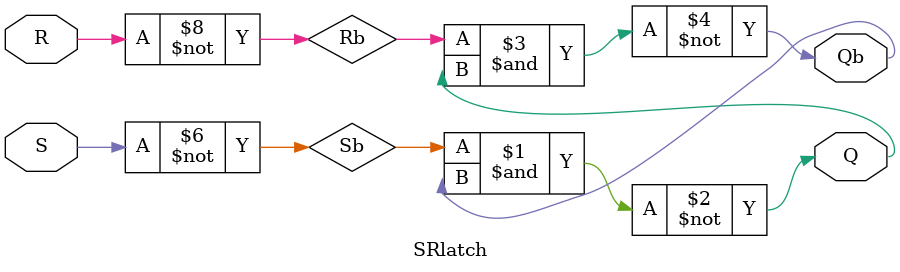
<source format=v>
module SRlatch(S,R,Q,Qb);
   input S,R;
   output Q,Qb;
   wire Sb,Rb;
   nand g0(Q,Sb,Qb);
   nand g2(Qb,Rb,Q);
   nand g3(Sb,S,S);
   nand g4(Rb,R,R);
endmodule

</source>
